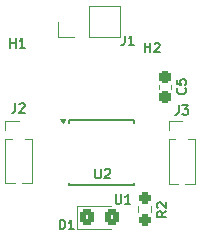
<source format=gbr>
G04 #@! TF.GenerationSoftware,KiCad,Pcbnew,8.0.1*
G04 #@! TF.CreationDate,2025-03-18T23:24:49-06:00*
G04 #@! TF.ProjectId,AlcoholSensor_Rev3,416c636f-686f-46c5-9365-6e736f725f52,rev?*
G04 #@! TF.SameCoordinates,Original*
G04 #@! TF.FileFunction,Legend,Top*
G04 #@! TF.FilePolarity,Positive*
%FSLAX46Y46*%
G04 Gerber Fmt 4.6, Leading zero omitted, Abs format (unit mm)*
G04 Created by KiCad (PCBNEW 8.0.1) date 2025-03-18 23:24:49*
%MOMM*%
%LPD*%
G01*
G04 APERTURE LIST*
G04 Aperture macros list*
%AMRoundRect*
0 Rectangle with rounded corners*
0 $1 Rounding radius*
0 $2 $3 $4 $5 $6 $7 $8 $9 X,Y pos of 4 corners*
0 Add a 4 corners polygon primitive as box body*
4,1,4,$2,$3,$4,$5,$6,$7,$8,$9,$2,$3,0*
0 Add four circle primitives for the rounded corners*
1,1,$1+$1,$2,$3*
1,1,$1+$1,$4,$5*
1,1,$1+$1,$6,$7*
1,1,$1+$1,$8,$9*
0 Add four rect primitives between the rounded corners*
20,1,$1+$1,$2,$3,$4,$5,0*
20,1,$1+$1,$4,$5,$6,$7,0*
20,1,$1+$1,$6,$7,$8,$9,0*
20,1,$1+$1,$8,$9,$2,$3,0*%
G04 Aperture macros list end*
%ADD10C,0.150000*%
%ADD11C,0.120000*%
%ADD12RoundRect,0.237500X-0.237500X0.300000X-0.237500X-0.300000X0.237500X-0.300000X0.237500X0.300000X0*%
%ADD13RoundRect,0.237500X0.237500X-0.250000X0.237500X0.250000X-0.237500X0.250000X-0.237500X-0.250000X0*%
%ADD14C,2.500000*%
%ADD15R,1.000000X1.000000*%
%ADD16O,1.000000X1.000000*%
%ADD17R,1.700000X0.650000*%
%ADD18RoundRect,0.250000X-0.325000X-0.450000X0.325000X-0.450000X0.325000X0.450000X-0.325000X0.450000X0*%
%ADD19R,1.700000X1.700000*%
%ADD20O,1.700000X1.700000*%
G04 APERTURE END LIST*
D10*
X187836104Y-76490832D02*
X187874200Y-76528928D01*
X187874200Y-76528928D02*
X187912295Y-76643213D01*
X187912295Y-76643213D02*
X187912295Y-76719404D01*
X187912295Y-76719404D02*
X187874200Y-76833690D01*
X187874200Y-76833690D02*
X187798009Y-76909880D01*
X187798009Y-76909880D02*
X187721819Y-76947975D01*
X187721819Y-76947975D02*
X187569438Y-76986071D01*
X187569438Y-76986071D02*
X187455152Y-76986071D01*
X187455152Y-76986071D02*
X187302771Y-76947975D01*
X187302771Y-76947975D02*
X187226580Y-76909880D01*
X187226580Y-76909880D02*
X187150390Y-76833690D01*
X187150390Y-76833690D02*
X187112295Y-76719404D01*
X187112295Y-76719404D02*
X187112295Y-76643213D01*
X187112295Y-76643213D02*
X187150390Y-76528928D01*
X187150390Y-76528928D02*
X187188485Y-76490832D01*
X187112295Y-75767023D02*
X187112295Y-76147975D01*
X187112295Y-76147975D02*
X187493247Y-76186071D01*
X187493247Y-76186071D02*
X187455152Y-76147975D01*
X187455152Y-76147975D02*
X187417057Y-76071785D01*
X187417057Y-76071785D02*
X187417057Y-75881309D01*
X187417057Y-75881309D02*
X187455152Y-75805118D01*
X187455152Y-75805118D02*
X187493247Y-75767023D01*
X187493247Y-75767023D02*
X187569438Y-75728928D01*
X187569438Y-75728928D02*
X187759914Y-75728928D01*
X187759914Y-75728928D02*
X187836104Y-75767023D01*
X187836104Y-75767023D02*
X187874200Y-75805118D01*
X187874200Y-75805118D02*
X187912295Y-75881309D01*
X187912295Y-75881309D02*
X187912295Y-76071785D01*
X187912295Y-76071785D02*
X187874200Y-76147975D01*
X187874200Y-76147975D02*
X187836104Y-76186071D01*
X186262295Y-86883332D02*
X185881342Y-87149999D01*
X186262295Y-87340475D02*
X185462295Y-87340475D01*
X185462295Y-87340475D02*
X185462295Y-87035713D01*
X185462295Y-87035713D02*
X185500390Y-86959523D01*
X185500390Y-86959523D02*
X185538485Y-86921428D01*
X185538485Y-86921428D02*
X185614676Y-86883332D01*
X185614676Y-86883332D02*
X185728961Y-86883332D01*
X185728961Y-86883332D02*
X185805152Y-86921428D01*
X185805152Y-86921428D02*
X185843247Y-86959523D01*
X185843247Y-86959523D02*
X185881342Y-87035713D01*
X185881342Y-87035713D02*
X185881342Y-87340475D01*
X185538485Y-86578571D02*
X185500390Y-86540475D01*
X185500390Y-86540475D02*
X185462295Y-86464285D01*
X185462295Y-86464285D02*
X185462295Y-86273809D01*
X185462295Y-86273809D02*
X185500390Y-86197618D01*
X185500390Y-86197618D02*
X185538485Y-86159523D01*
X185538485Y-86159523D02*
X185614676Y-86121428D01*
X185614676Y-86121428D02*
X185690866Y-86121428D01*
X185690866Y-86121428D02*
X185805152Y-86159523D01*
X185805152Y-86159523D02*
X186262295Y-86616666D01*
X186262295Y-86616666D02*
X186262295Y-86121428D01*
X173030476Y-73032295D02*
X173030476Y-72232295D01*
X173030476Y-72613247D02*
X173487619Y-72613247D01*
X173487619Y-73032295D02*
X173487619Y-72232295D01*
X174287618Y-73032295D02*
X173830475Y-73032295D01*
X174059047Y-73032295D02*
X174059047Y-72232295D01*
X174059047Y-72232295D02*
X173982856Y-72346580D01*
X173982856Y-72346580D02*
X173906666Y-72422771D01*
X173906666Y-72422771D02*
X173830475Y-72460866D01*
X187283333Y-77917295D02*
X187283333Y-78488723D01*
X187283333Y-78488723D02*
X187245238Y-78603009D01*
X187245238Y-78603009D02*
X187169047Y-78679200D01*
X187169047Y-78679200D02*
X187054762Y-78717295D01*
X187054762Y-78717295D02*
X186978571Y-78717295D01*
X187588095Y-77917295D02*
X188083333Y-77917295D01*
X188083333Y-77917295D02*
X187816667Y-78222057D01*
X187816667Y-78222057D02*
X187930952Y-78222057D01*
X187930952Y-78222057D02*
X188007143Y-78260152D01*
X188007143Y-78260152D02*
X188045238Y-78298247D01*
X188045238Y-78298247D02*
X188083333Y-78374438D01*
X188083333Y-78374438D02*
X188083333Y-78564914D01*
X188083333Y-78564914D02*
X188045238Y-78641104D01*
X188045238Y-78641104D02*
X188007143Y-78679200D01*
X188007143Y-78679200D02*
X187930952Y-78717295D01*
X187930952Y-78717295D02*
X187702381Y-78717295D01*
X187702381Y-78717295D02*
X187626190Y-78679200D01*
X187626190Y-78679200D02*
X187588095Y-78641104D01*
X184450476Y-73422295D02*
X184450476Y-72622295D01*
X184450476Y-73003247D02*
X184907619Y-73003247D01*
X184907619Y-73422295D02*
X184907619Y-72622295D01*
X185250475Y-72698485D02*
X185288571Y-72660390D01*
X185288571Y-72660390D02*
X185364761Y-72622295D01*
X185364761Y-72622295D02*
X185555237Y-72622295D01*
X185555237Y-72622295D02*
X185631428Y-72660390D01*
X185631428Y-72660390D02*
X185669523Y-72698485D01*
X185669523Y-72698485D02*
X185707618Y-72774676D01*
X185707618Y-72774676D02*
X185707618Y-72850866D01*
X185707618Y-72850866D02*
X185669523Y-72965152D01*
X185669523Y-72965152D02*
X185212380Y-73422295D01*
X185212380Y-73422295D02*
X185707618Y-73422295D01*
X173473333Y-77742295D02*
X173473333Y-78313723D01*
X173473333Y-78313723D02*
X173435238Y-78428009D01*
X173435238Y-78428009D02*
X173359047Y-78504200D01*
X173359047Y-78504200D02*
X173244762Y-78542295D01*
X173244762Y-78542295D02*
X173168571Y-78542295D01*
X173816190Y-77818485D02*
X173854286Y-77780390D01*
X173854286Y-77780390D02*
X173930476Y-77742295D01*
X173930476Y-77742295D02*
X174120952Y-77742295D01*
X174120952Y-77742295D02*
X174197143Y-77780390D01*
X174197143Y-77780390D02*
X174235238Y-77818485D01*
X174235238Y-77818485D02*
X174273333Y-77894676D01*
X174273333Y-77894676D02*
X174273333Y-77970866D01*
X174273333Y-77970866D02*
X174235238Y-78085152D01*
X174235238Y-78085152D02*
X173778095Y-78542295D01*
X173778095Y-78542295D02*
X174273333Y-78542295D01*
X180240476Y-83312295D02*
X180240476Y-83959914D01*
X180240476Y-83959914D02*
X180278571Y-84036104D01*
X180278571Y-84036104D02*
X180316666Y-84074200D01*
X180316666Y-84074200D02*
X180392857Y-84112295D01*
X180392857Y-84112295D02*
X180545238Y-84112295D01*
X180545238Y-84112295D02*
X180621428Y-84074200D01*
X180621428Y-84074200D02*
X180659523Y-84036104D01*
X180659523Y-84036104D02*
X180697619Y-83959914D01*
X180697619Y-83959914D02*
X180697619Y-83312295D01*
X181040475Y-83388485D02*
X181078571Y-83350390D01*
X181078571Y-83350390D02*
X181154761Y-83312295D01*
X181154761Y-83312295D02*
X181345237Y-83312295D01*
X181345237Y-83312295D02*
X181421428Y-83350390D01*
X181421428Y-83350390D02*
X181459523Y-83388485D01*
X181459523Y-83388485D02*
X181497618Y-83464676D01*
X181497618Y-83464676D02*
X181497618Y-83540866D01*
X181497618Y-83540866D02*
X181459523Y-83655152D01*
X181459523Y-83655152D02*
X181002380Y-84112295D01*
X181002380Y-84112295D02*
X181497618Y-84112295D01*
X177219524Y-88432295D02*
X177219524Y-87632295D01*
X177219524Y-87632295D02*
X177410000Y-87632295D01*
X177410000Y-87632295D02*
X177524286Y-87670390D01*
X177524286Y-87670390D02*
X177600476Y-87746580D01*
X177600476Y-87746580D02*
X177638571Y-87822771D01*
X177638571Y-87822771D02*
X177676667Y-87975152D01*
X177676667Y-87975152D02*
X177676667Y-88089438D01*
X177676667Y-88089438D02*
X177638571Y-88241819D01*
X177638571Y-88241819D02*
X177600476Y-88318009D01*
X177600476Y-88318009D02*
X177524286Y-88394200D01*
X177524286Y-88394200D02*
X177410000Y-88432295D01*
X177410000Y-88432295D02*
X177219524Y-88432295D01*
X178438571Y-88432295D02*
X177981428Y-88432295D01*
X178210000Y-88432295D02*
X178210000Y-87632295D01*
X178210000Y-87632295D02*
X178133809Y-87746580D01*
X178133809Y-87746580D02*
X178057619Y-87822771D01*
X178057619Y-87822771D02*
X177981428Y-87860866D01*
X182713333Y-72012295D02*
X182713333Y-72583723D01*
X182713333Y-72583723D02*
X182675238Y-72698009D01*
X182675238Y-72698009D02*
X182599047Y-72774200D01*
X182599047Y-72774200D02*
X182484762Y-72812295D01*
X182484762Y-72812295D02*
X182408571Y-72812295D01*
X183513333Y-72812295D02*
X183056190Y-72812295D01*
X183284762Y-72812295D02*
X183284762Y-72012295D01*
X183284762Y-72012295D02*
X183208571Y-72126580D01*
X183208571Y-72126580D02*
X183132381Y-72202771D01*
X183132381Y-72202771D02*
X183056190Y-72240866D01*
X181950476Y-85442295D02*
X181950476Y-86089914D01*
X181950476Y-86089914D02*
X181988571Y-86166104D01*
X181988571Y-86166104D02*
X182026666Y-86204200D01*
X182026666Y-86204200D02*
X182102857Y-86242295D01*
X182102857Y-86242295D02*
X182255238Y-86242295D01*
X182255238Y-86242295D02*
X182331428Y-86204200D01*
X182331428Y-86204200D02*
X182369523Y-86166104D01*
X182369523Y-86166104D02*
X182407619Y-86089914D01*
X182407619Y-86089914D02*
X182407619Y-85442295D01*
X183207618Y-86242295D02*
X182750475Y-86242295D01*
X182979047Y-86242295D02*
X182979047Y-85442295D01*
X182979047Y-85442295D02*
X182902856Y-85556580D01*
X182902856Y-85556580D02*
X182826666Y-85632771D01*
X182826666Y-85632771D02*
X182750475Y-85670866D01*
D11*
X186630000Y-76211233D02*
X186630000Y-76503767D01*
X185610000Y-76211233D02*
X185610000Y-76503767D01*
X183887500Y-86932224D02*
X183887500Y-86422776D01*
X184932500Y-86932224D02*
X184932500Y-86422776D01*
X186440000Y-79290000D02*
X187550000Y-79290000D01*
X186440000Y-80050000D02*
X186440000Y-79290000D01*
X186440000Y-80810000D02*
X186440000Y-84555000D01*
X186440000Y-80810000D02*
X186986529Y-80810000D01*
X186440000Y-84555000D02*
X187242470Y-84555000D01*
X187857530Y-84555000D02*
X188660000Y-84555000D01*
X188113471Y-80810000D02*
X188660000Y-80810000D01*
X188660000Y-80810000D02*
X188660000Y-84555000D01*
X172630000Y-79220000D02*
X173740000Y-79220000D01*
X172630000Y-79980000D02*
X172630000Y-79220000D01*
X172630000Y-80740000D02*
X172630000Y-84485000D01*
X172630000Y-80740000D02*
X173176529Y-80740000D01*
X172630000Y-84485000D02*
X173432470Y-84485000D01*
X174047530Y-84485000D02*
X174850000Y-84485000D01*
X174303471Y-80740000D02*
X174850000Y-80740000D01*
X174850000Y-80740000D02*
X174850000Y-84485000D01*
D10*
X178010000Y-79190000D02*
X178010000Y-79395000D01*
X178010000Y-79190000D02*
X183510000Y-79190000D01*
X178010000Y-84700000D02*
X178010000Y-84495000D01*
X178010000Y-84700000D02*
X183510000Y-84700000D01*
X183510000Y-79190000D02*
X183510000Y-79395000D01*
X183510000Y-84700000D02*
X183510000Y-84495000D01*
D11*
X177460000Y-79445000D02*
X177220000Y-79115000D01*
X177700000Y-79115000D01*
X177460000Y-79445000D01*
G36*
X177460000Y-79445000D02*
G01*
X177220000Y-79115000D01*
X177700000Y-79115000D01*
X177460000Y-79445000D01*
G37*
X178725000Y-86450000D02*
X178725000Y-88370000D01*
X178725000Y-88370000D02*
X181585000Y-88370000D01*
X181585000Y-86450000D02*
X178725000Y-86450000D01*
X177090000Y-72160000D02*
X177090000Y-70830000D01*
X178420000Y-72160000D02*
X177090000Y-72160000D01*
X179690000Y-69500000D02*
X182290000Y-69500000D01*
X179690000Y-72160000D02*
X179690000Y-69500000D01*
X179690000Y-72160000D02*
X182290000Y-72160000D01*
X182290000Y-72160000D02*
X182290000Y-69500000D01*
%LPC*%
D12*
X186120000Y-75495000D03*
X186120000Y-77220000D03*
D13*
X184410000Y-87590000D03*
X184410000Y-85765000D03*
D14*
X174560000Y-70740000D03*
D15*
X187550000Y-80050000D03*
D16*
X187550000Y-81320000D03*
X187550000Y-82590000D03*
X187550000Y-83860000D03*
D14*
X185090000Y-70960000D03*
D15*
X173740000Y-79980000D03*
D16*
X173740000Y-81250000D03*
X173740000Y-82520000D03*
X173740000Y-83790000D03*
D17*
X177110000Y-80040000D03*
X177110000Y-81310000D03*
X177110000Y-82580000D03*
X177110000Y-83850000D03*
X184410000Y-83850000D03*
X184410000Y-82580000D03*
X184410000Y-81310000D03*
X184410000Y-80040000D03*
D18*
X179560000Y-87410000D03*
X181610000Y-87410000D03*
D19*
X178420000Y-70830000D03*
D20*
X180960000Y-70830000D03*
%LPD*%
M02*

</source>
